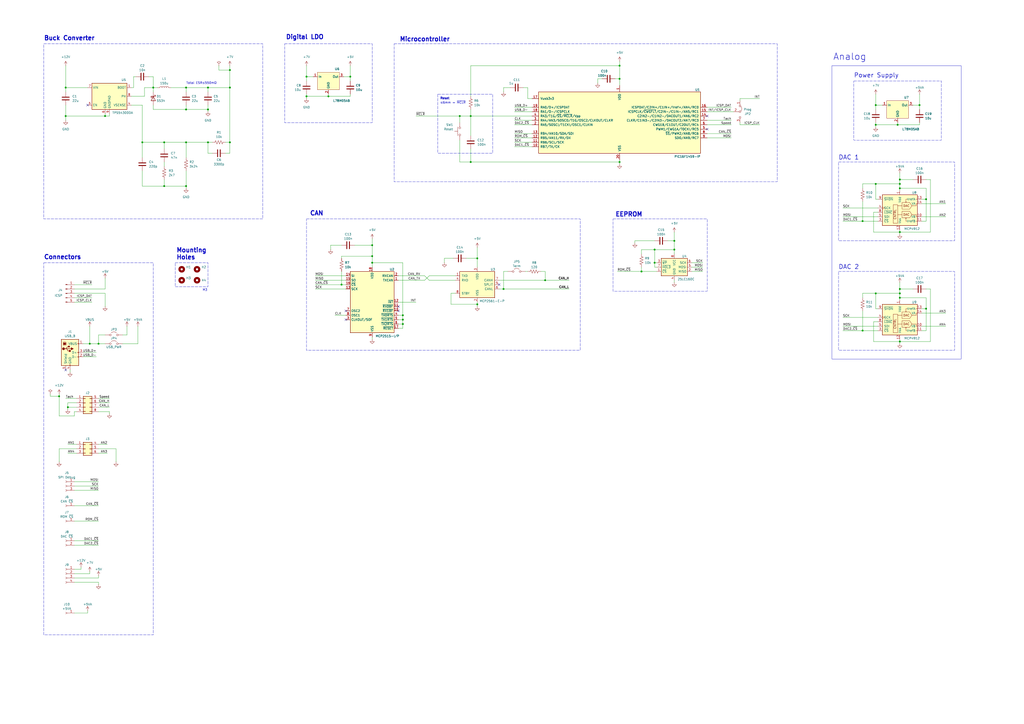
<source format=kicad_sch>
(kicad_sch (version 20250114) (generator "eeschema") (generator_version "9.0")
  (paper "A2")
  (title_block (title "CAN Gauge Interface") (date "2025-09-19") (rev "0.1") (company "Sam Anthony"))
  (rectangle (start 25.4 25.4) (end 152.4 127) (stroke (width 0) (type dash)))
  (rectangle (start 495.3 46.99) (end 546.1 81.28) (stroke (width 0) (type dash)))
  (rectangle (start 355.6 127) (end 410.21 168.91) (stroke (width 0) (type dash)))
  (rectangle (start 101.6 152.3999) (end 120.65 166.3699) (stroke (width 0) (type dash)))
  (rectangle (start 165.1 25.4) (end 215.9 71.12) (stroke (width 0) (type dash)))
  (rectangle (start 254 54.61) (end 285.75 88.9) (stroke (width 0) (type dash)))
  (rectangle (start 486.41 157.48) (end 553.72 203.2) (stroke (width 0) (type dash)))
  (rectangle (start 177.8 127) (end 336.55 203.2) (stroke (width 0) (type dash)))
  (rectangle (start 25.4 152.4) (end 88.9 368.3) (stroke (width 0) (type dash)))
  (rectangle (start 486.41 93.98) (end 553.72 139.7) (stroke (width 0) (type dash)))
  (rectangle (start 228.6 25.4) (end 450.85 105.41) (stroke (width 0) (type dash)))
  (rectangle (start 482.6 38.1) (end 557.53 208.28))
  (text "Connectors" (at 25.4 149.225 0) (effects (font (size 2.54 2.54) (thickness 0.508) (bold yes)) (justify left)))
  (text "Power Supply" (at 495.3 43.815 0) (effects (font (size 2.54 2.54) (thickness 0.254) (bold yes)) (justify left)))
  (text "Buck Converter" (at 25.4 22.225 0) (effects (font (size 2.54 2.54) (thickness 0.508) (bold yes)) (justify left)))
  (text "Total ESR≤550mΩ" (at 107.95 48.26 0) (effects (font (size 1.27 1.27)) (justify left)))
  (text "CAN" (at 179.705 123.825 0) (effects (font (size 2.54 2.54) (thickness 0.508) (bold yes)) (justify left)))
  (text "Reset" (at 255.27 57.15 0) (effects (font (size 1.27 1.27) (thickness 0.254) (bold yes)) (justify left)))
  (text "Mounting\nHoles" (at 102.235 147.3199 0) (effects (font (size 2.54 2.54) (thickness 0.508) (bold yes)) (justify left)))
  (text "M3\n" (at 117.475 168.2749 0) (effects (font (size 1.27 1.27)) (justify left)))
  (text "EEPROM" (at 356.87 124.46 0) (effects (font (size 2.54 2.54) (thickness 0.508) (bold yes)) (justify left)))
  (text "Digital LDO" (at 165.735 21.59 0) (effects (font (size 2.54 2.54) (thickness 0.508) (bold yes)) (justify left)))
  (text "≤6mm ↔ ~{MCLR}" (at 255.27 59.69 0) (effects (font (size 1.27 1.27)) (justify left)))
  (text "DAC 1" (at 486.41 91.44 0) (effects (font (size 2.54 2.54) (thickness 0.254) (bold yes)) (justify left)))
  (text "Microcontroller" (at 231.775 22.86 0) (effects (font (size 2.54 2.54) (thickness 0.508) (bold yes)) (justify left)))
  (text "Analog" (at 483.235 33.02 0) (effects (font (size 3.81 3.81) (thickness 0.254) (bold yes)) (justify left)))
  (text "DAC 2" (at 486.41 154.94 0) (effects (font (size 2.54 2.54) (thickness 0.254) (bold yes)) (justify left)))
  (junction (at 38.1 50.8))
  (junction (at 120.65 50.8))
  (junction (at 39.37 236.22))
  (junction (at 521.97 170.18))
  (junction (at 120.65 63.5))
  (junction (at 521.97 172.72))
  (junction (at 391.16 144.78))
  (junction (at 521.97 104.14))
  (junction (at 233.68 185.42))
  (junction (at 533.4 60.96))
  (junction (at 508 170.18))
  (junction (at 391.16 139.7))
  (junction (at 537.21 115.57))
  (junction (at 60.96 67.31))
  (junction (at 500.38 191.77))
  (junction (at 107.95 82.55))
  (junction (at 34.29 229.87))
  (junction (at 359.41 38.1))
  (junction (at 203.2 44.45))
  (junction (at 107.95 63.5))
  (junction (at 273.05 93.98))
  (junction (at 177.8 55.88))
  (junction (at 233.68 182.88))
  (junction (at 359.41 45.72))
  (junction (at 120.65 82.55))
  (junction (at 266.7 67.31))
  (junction (at 500.38 128.27))
  (junction (at 88.9 50.8))
  (junction (at 521.97 134.62))
  (junction (at 95.25 107.95))
  (junction (at 82.55 82.55))
  (junction (at 38.1 67.31))
  (junction (at 359.41 93.98))
  (junction (at 107.95 107.95))
  (junction (at 215.9 142.24))
  (junction (at 521.97 106.68))
  (junction (at 521.97 198.12))
  (junction (at 537.21 179.07))
  (junction (at 95.25 82.55))
  (junction (at 276.86 176.53))
  (junction (at 133.35 40.64))
  (junction (at 508 60.96))
  (junction (at 215.9 152.4))
  (junction (at 57.15 199.39))
  (junction (at 276.86 149.86))
  (junction (at 52.07 199.39))
  (junction (at 316.23 162.56))
  (junction (at 379.73 152.4))
  (junction (at 133.35 50.8))
  (junction (at 521.97 167.64))
  (junction (at 372.11 157.48))
  (junction (at 215.9 148.59))
  (junction (at 508 106.68))
  (junction (at 190.5 55.88))
  (junction (at 198.12 165.1))
  (junction (at 508 72.39))
  (junction (at 379.73 144.78))
  (junction (at 133.35 82.55))
  (junction (at 520.7 72.39))
  (junction (at 521.97 109.22))
  (junction (at 177.8 44.45))
  (junction (at 107.95 50.8))
  (junction (at 273.05 67.31))
  (junction (at 233.68 187.96))
  (junction (at 292.1 167.64))
  (no_connect (at 231.14 177.8))
  (no_connect (at 410.21 67.31))
  (no_connect (at 38.1 214.63))
  (no_connect (at 200.66 185.42))
  (no_connect (at 50.8 60.96))
  (no_connect (at 289.56 165.1))
  (no_connect (at 200.66 180.34))
  (no_connect (at 410.21 74.93))
  (no_connect (at 231.14 180.34))
  (wire (pts (xy 231.14 162.56) (xy 246.38 162.56)))
  (wire (pts (xy 410.21 69.85) (xy 424.18 69.85)))
  (wire (pts (xy 203.2 55.88) (xy 203.2 54.61)))
  (wire (pts (xy 215.9 142.24) (xy 215.9 148.59)))
  (wire (pts (xy 57.15 199.39) (xy 60.96 199.39)))
  (wire (pts (xy 506.73 186.69) (xy 509.27 186.69)))
  (wire (pts (xy 292.1 157.48) (xy 294.64 157.48)))
  (wire (pts (xy 44.45 260.35) (xy 34.29 260.35)))
  (wire (pts (xy 48.26 204.47) (xy 55.88 204.47)))
  (wire (pts (xy 233.68 187.96) (xy 233.68 185.42)))
  (wire (pts (xy 506.73 123.19) (xy 509.27 123.19)))
  (wire (pts (xy 231.14 187.96) (xy 233.68 187.96)))
  (wire (pts (xy 57.15 194.31) (xy 57.15 199.39)))
  (wire (pts (xy 289.56 167.64) (xy 292.1 167.64)))
  (wire (pts (xy 273.05 55.88) (xy 273.05 38.1)))
  (wire (pts (xy 266.7 67.31) (xy 266.7 71.12)))
  (wire (pts (xy 521.97 172.72) (xy 521.97 173.99)))
  (wire (pts (xy 215.9 195.58) (xy 215.9 196.85)))
  (wire (pts (xy 60.96 167.64) (xy 60.96 161.29)))
  (wire (pts (xy 266.7 67.31) (xy 273.05 67.31)))
  (wire (pts (xy 381 152.4) (xy 379.73 152.4)))
  (wire (pts (xy 508 71.12) (xy 508 72.39)))
  (wire (pts (xy 38.1 38.1) (xy 38.1 50.8)))
  (wire (pts (xy 262.89 149.86) (xy 257.81 149.86)))
  (wire (pts (xy 508 179.07) (xy 508 170.18)))
  (wire (pts (xy 177.8 55.88) (xy 190.5 55.88)))
  (wire (pts (xy 500.38 191.77) (xy 509.27 191.77)))
  (wire (pts (xy 372.11 144.78) (xy 379.73 144.78)))
  (wire (pts (xy 534.67 128.27) (xy 537.21 128.27)))
  (wire (pts (xy 488.95 184.15) (xy 509.27 184.15)))
  (wire (pts (xy 120.65 50.8) (xy 133.35 50.8)))
  (wire (pts (xy 521.97 196.85) (xy 521.97 198.12)))
  (wire (pts (xy 82.55 91.44) (xy 82.55 82.55)))
  (wire (pts (xy 233.68 185.42) (xy 233.68 182.88)))
  (wire (pts (xy 123.19 82.55) (xy 120.65 82.55)))
  (wire (pts (xy 521.97 198.12) (xy 521.97 199.39)))
  (wire (pts (xy 537.21 172.72) (xy 521.97 172.72)))
  (wire (pts (xy 410.21 64.77) (xy 425.45 64.77)))
  (wire (pts (xy 34.29 241.3) (xy 34.29 229.87)))
  (wire (pts (xy 198.12 165.1) (xy 198.12 157.48)))
  (wire (pts (xy 57.15 260.35) (xy 67.31 260.35)))
  (wire (pts (xy 52.07 332.74) (xy 52.07 331.47)))
  (wire (pts (xy 203.2 46.99) (xy 203.2 44.45)))
  (wire (pts (xy 39.37 236.22) (xy 39.37 237.49)))
  (wire (pts (xy 38.1 50.8) (xy 38.1 53.34)))
  (wire (pts (xy 43.18 293.37) (xy 57.15 293.37)))
  (wire (pts (xy 57.15 233.68) (xy 63.5 233.68)))
  (wire (pts (xy 298.45 82.55) (xy 308.61 82.55)))
  (wire (pts (xy 506.73 134.62) (xy 521.97 134.62)))
  (wire (pts (xy 82.55 60.96) (xy 82.55 82.55)))
  (wire (pts (xy 534.67 181.61) (xy 548.64 181.61)))
  (wire (pts (xy 203.2 44.45) (xy 199.39 44.45)))
  (wire (pts (xy 539.75 134.62) (xy 521.97 134.62)))
  (wire (pts (xy 182.88 165.1) (xy 198.12 165.1)))
  (wire (pts (xy 511.81 60.96) (xy 508 60.96)))
  (wire (pts (xy 43.18 302.26) (xy 57.15 302.26)))
  (wire (pts (xy 429.26 71.12) (xy 429.26 72.39)))
  (wire (pts (xy 95.25 93.98) (xy 95.25 96.52)))
  (wire (pts (xy 509.27 115.57) (xy 508 115.57)))
  (wire (pts (xy 508 72.39) (xy 520.7 72.39)))
  (wire (pts (xy 534.67 118.11) (xy 548.64 118.11)))
  (wire (pts (xy 88.9 63.5) (xy 107.95 63.5)))
  (wire (pts (xy 298.45 69.85) (xy 308.61 69.85)))
  (wire (pts (xy 182.88 160.02) (xy 200.66 160.02)))
  (wire (pts (xy 537.21 109.22) (xy 537.21 115.57)))
  (wire (pts (xy 410.21 62.23) (xy 424.18 62.23)))
  (wire (pts (xy 508 106.68) (xy 521.97 106.68)))
  (wire (pts (xy 508 115.57) (xy 508 106.68)))
  (wire (pts (xy 537.21 172.72) (xy 537.21 179.07)))
  (wire (pts (xy 194.31 182.88) (xy 200.66 182.88)))
  (wire (pts (xy 46.99 330.2) (xy 46.99 328.93)))
  (wire (pts (xy 488.95 189.23) (xy 509.27 189.23)))
  (wire (pts (xy 203.2 38.1) (xy 203.2 44.45)))
  (wire (pts (xy 520.7 72.39) (xy 520.7 71.12)))
  (wire (pts (xy 372.11 147.32) (xy 372.11 144.78)))
  (wire (pts (xy 177.8 54.61) (xy 177.8 55.88)))
  (wire (pts (xy 359.41 45.72) (xy 356.87 45.72)))
  (wire (pts (xy 57.15 236.22) (xy 63.5 236.22)))
  (wire (pts (xy 359.41 49.53) (xy 359.41 45.72)))
  (wire (pts (xy 215.9 148.59) (xy 215.9 152.4)))
  (wire (pts (xy 82.55 107.95) (xy 95.25 107.95)))
  (wire (pts (xy 107.95 82.55) (xy 95.25 82.55)))
  (wire (pts (xy 241.3 67.31) (xy 266.7 67.31)))
  (wire (pts (xy 429.26 58.42) (xy 429.26 57.15)))
  (wire (pts (xy 521.97 167.64) (xy 521.97 170.18)))
  (wire (pts (xy 71.12 199.39) (xy 80.01 199.39)))
  (wire (pts (xy 506.73 134.62) (xy 506.73 123.19)))
  (wire (pts (xy 107.95 82.55) (xy 107.95 91.44)))
  (wire (pts (xy 534.67 189.23) (xy 548.64 189.23)))
  (wire (pts (xy 50.8 355.6) (xy 50.8 354.33)))
  (wire (pts (xy 43.18 165.1) (xy 53.34 165.1)))
  (wire (pts (xy 191.77 142.24) (xy 191.77 144.78)))
  (wire (pts (xy 120.65 82.55) (xy 107.95 82.55)))
  (wire (pts (xy 57.15 238.76) (xy 63.5 238.76)))
  (wire (pts (xy 39.37 236.22) (xy 44.45 236.22)))
  (wire (pts (xy 521.97 163.83) (xy 521.97 167.64)))
  (wire (pts (xy 539.75 167.64) (xy 539.75 198.12)))
  (wire (pts (xy 133.35 50.8) (xy 133.35 82.55)))
  (wire (pts (xy 60.96 170.18) (xy 60.96 177.8)))
  (wire (pts (xy 308.61 57.15) (xy 306.07 57.15)))
  (wire (pts (xy 539.75 104.14) (xy 539.75 134.62)))
  (wire (pts (xy 379.73 154.94) (xy 379.73 152.4)))
  (wire (pts (xy 537.21 109.22) (xy 521.97 109.22)))
  (wire (pts (xy 44.45 233.68) (xy 39.37 233.68)))
  (wire (pts (xy 57.15 337.82) (xy 57.15 339.09)))
  (wire (pts (xy 379.73 144.78) (xy 391.16 144.78)))
  (wire (pts (xy 177.8 55.88) (xy 177.8 57.15)))
  (wire (pts (xy 372.11 157.48) (xy 372.11 154.94)))
  (wire (pts (xy 67.31 260.35) (xy 67.31 267.97)))
  (wire (pts (xy 38.1 67.31) (xy 38.1 69.85)))
  (wire (pts (xy 391.16 139.7) (xy 391.16 144.78)))
  (wire (pts (xy 401.32 157.48) (xy 407.67 157.48)))
  (wire (pts (xy 306.07 50.8) (xy 303.53 50.8)))
  (wire (pts (xy 533.4 54.61) (xy 533.4 60.96)))
  (wire (pts (xy 107.95 50.8) (xy 120.65 50.8)))
  (wire (pts (xy 88.9 44.45) (xy 88.9 50.8)))
  (wire (pts (xy 270.51 149.86) (xy 276.86 149.86)))
  (wire (pts (xy 76.2 60.96) (xy 82.55 60.96)))
  (wire (pts (xy 88.9 60.96) (xy 88.9 63.5)))
  (wire (pts (xy 410.21 80.01) (xy 424.18 80.01)))
  (wire (pts (xy 198.12 149.86) (xy 198.12 148.59)))
  (wire (pts (xy 306.07 57.15) (xy 306.07 50.8)))
  (wire (pts (xy 107.95 63.5) (xy 120.65 63.5)))
  (wire (pts (xy 429.26 57.15) (xy 440.69 57.15)))
  (wire (pts (xy 190.5 55.88) (xy 190.5 54.61)))
  (wire (pts (xy 292.1 50.8) (xy 292.1 53.34)))
  (wire (pts (xy 57.15 262.89) (xy 62.23 262.89)))
  (wire (pts (xy 500.38 106.68) (xy 508 106.68)))
  (wire (pts (xy 99.06 50.8) (xy 107.95 50.8)))
  (wire (pts (xy 44.45 238.76) (xy 43.18 238.76)))
  (wire (pts (xy 107.95 60.96) (xy 107.95 63.5)))
  (wire (pts (xy 88.9 53.34) (xy 88.9 50.8)))
  (wire (pts (xy 257.81 149.86) (xy 257.81 152.4)))
  (wire (pts (xy 316.23 157.48) (xy 316.23 162.56)))
  (wire (pts (xy 39.37 257.81) (xy 44.45 257.81)))
  (wire (pts (xy 120.65 82.55) (xy 120.65 88.9)))
  (wire (pts (xy 43.18 335.28) (xy 57.15 335.28)))
  (wire (pts (xy 107.95 107.95) (xy 107.95 109.22)))
  (wire (pts (xy 410.21 72.39) (xy 424.18 72.39)))
  (wire (pts (xy 63.5 238.76) (xy 63.5 240.03)))
  (wire (pts (xy 133.35 82.55) (xy 133.35 88.9)))
  (wire (pts (xy 233.68 152.4) (xy 233.68 182.88)))
  (wire (pts (xy 95.25 107.95) (xy 107.95 107.95)))
  (wire (pts (xy 43.18 316.23) (xy 57.15 316.23)))
  (wire (pts (xy 127 40.64) (xy 133.35 40.64)))
  (wire (pts (xy 233.68 152.4) (xy 215.9 152.4)))
  (wire (pts (xy 120.65 50.8) (xy 120.65 53.34)))
  (wire (pts (xy 521.97 109.22) (xy 521.97 110.49)))
  (wire (pts (xy 298.45 77.47) (xy 308.61 77.47)))
  (wire (pts (xy 200.66 165.1) (xy 198.12 165.1)))
  (wire (pts (xy 298.45 85.09) (xy 308.61 85.09)))
  (wire (pts (xy 316.23 162.56) (xy 330.2 162.56)))
  (wire (pts (xy 539.75 198.12) (xy 521.97 198.12)))
  (wire (pts (xy 198.12 148.59) (xy 215.9 148.59)))
  (wire (pts (xy 29.21 228.6) (xy 29.21 229.87)))
  (wire (pts (xy 120.65 63.5) (xy 120.65 60.96)))
  (wire (pts (xy 107.95 107.95) (xy 107.95 99.06)))
  (wire (pts (xy 177.8 38.1) (xy 177.8 44.45)))
  (wire (pts (xy 60.96 194.31) (xy 57.15 194.31)))
  (wire (pts (xy 537.21 179.07) (xy 537.21 191.77)))
  (wire (pts (xy 521.97 100.33) (xy 521.97 104.14)))
  (wire (pts (xy 231.14 190.5) (xy 233.68 190.5)))
  (wire (pts (xy 29.21 229.87) (xy 34.29 229.87)))
  (wire (pts (xy 304.8 157.48) (xy 306.07 157.48)))
  (wire (pts (xy 358.14 157.48) (xy 372.11 157.48)))
  (wire (pts (xy 107.95 50.8) (xy 107.95 53.34)))
  (wire (pts (xy 506.73 198.12) (xy 521.97 198.12)))
  (wire (pts (xy 295.91 50.8) (xy 292.1 50.8)))
  (wire (pts (xy 521.97 104.14) (xy 529.59 104.14)))
  (wire (pts (xy 43.18 284.48) (xy 57.15 284.48)))
  (wire (pts (xy 43.18 281.94) (xy 57.15 281.94)))
  (wire (pts (xy 521.97 170.18) (xy 521.97 172.72)))
  (wire (pts (xy 500.38 172.72) (xy 500.38 170.18)))
  (wire (pts (xy 43.18 238.76) (xy 43.18 241.3)))
  (wire (pts (xy 57.15 231.14) (xy 63.5 231.14)))
  (wire (pts (xy 60.96 67.31) (xy 60.96 66.04)))
  (wire (pts (xy 43.18 241.3) (xy 34.29 241.3)))
  (wire (pts (xy 133.35 40.64) (xy 133.35 50.8)))
  (wire (pts (xy 82.55 82.55) (xy 95.25 82.55)))
  (wire (pts (xy 534.67 179.07) (xy 537.21 179.07)))
  (wire (pts (xy 48.26 199.39) (xy 52.07 199.39)))
  (wire (pts (xy 500.38 170.18) (xy 508 170.18)))
  (wire (pts (xy 298.45 64.77) (xy 308.61 64.77)))
  (wire (pts (xy 500.38 128.27) (xy 509.27 128.27)))
  (wire (pts (xy 359.41 38.1) (xy 359.41 45.72)))
  (wire (pts (xy 401.32 154.94) (xy 407.67 154.94)))
  (wire (pts (xy 120.65 63.5) (xy 120.65 64.77)))
  (wire (pts (xy 521.97 106.68) (xy 521.97 109.22)))
  (wire (pts (xy 57.15 257.81) (xy 62.23 257.81)))
  (wire (pts (xy 410.21 77.47) (xy 424.18 77.47)))
  (wire (pts (xy 359.41 93.98) (xy 359.41 95.25)))
  (wire (pts (xy 273.05 93.98) (xy 273.05 86.36)))
  (wire (pts (xy 76.2 50.8) (xy 77.47 50.8)))
  (wire (pts (xy 508 170.18) (xy 521.97 170.18)))
  (wire (pts (xy 276.86 176.53) (xy 276.86 177.8)))
  (wire (pts (xy 248.92 160.02) (xy 246.38 162.56)))
  (wire (pts (xy 273.05 93.98) (xy 266.7 93.98)))
  (wire (pts (xy 73.66 194.31) (xy 73.66 189.23)))
  (wire (pts (xy 38.1 60.96) (xy 38.1 67.31)))
  (wire (pts (xy 43.18 332.74) (xy 52.07 332.74)))
  (wire (pts (xy 57.15 335.28) (xy 57.15 334.01)))
  (wire (pts (xy 39.37 233.68) (xy 39.37 236.22)))
  (wire (pts (xy 500.38 116.84) (xy 500.38 128.27)))
  (wire (pts (xy 346.71 45.72) (xy 349.25 45.72)))
  (wire (pts (xy 391.16 162.56) (xy 391.16 163.83)))
  (wire (pts (xy 34.29 260.35) (xy 34.29 267.97)))
  (wire (pts (xy 38.1 231.14) (xy 44.45 231.14)))
  (wire (pts (xy 231.14 182.88) (xy 233.68 182.88)))
  (wire (pts (xy 130.81 82.55) (xy 133.35 82.55)))
  (wire (pts (xy 391.16 144.78) (xy 391.16 147.32)))
  (wire (pts (xy 379.73 144.78) (xy 379.73 152.4)))
  (wire (pts (xy 266.7 93.98) (xy 266.7 81.28)))
  (wire (pts (xy 88.9 50.8) (xy 91.44 50.8)))
  (wire (pts (xy 521.97 134.62) (xy 521.97 135.89)))
  (wire (pts (xy 43.18 337.82) (xy 57.15 337.82)))
  (wire (pts (xy 508 60.96) (xy 508 63.5)))
  (wire (pts (xy 313.69 157.48) (xy 316.23 157.48)))
  (wire (pts (xy 488.95 191.77) (xy 500.38 191.77)))
  (wire (pts (xy 276.86 175.26) (xy 276.86 176.53)))
  (wire (pts (xy 43.18 313.69) (xy 57.15 313.69)))
  (wire (pts (xy 63.5 66.04) (xy 63.5 67.31)))
  (wire (pts (xy 508 72.39) (xy 508 73.66)))
  (wire (pts (xy 506.73 198.12) (xy 506.73 186.69)))
  (wire (pts (xy 429.26 72.39) (xy 440.69 72.39)))
  (wire (pts (xy 292.1 167.64) (xy 292.1 157.48)))
  (wire (pts (xy 508 54.61) (xy 508 60.96)))
  (wire (pts (xy 182.88 167.64) (xy 200.66 167.64)))
  (wire (pts (xy 43.18 355.6) (xy 50.8 355.6)))
  (wire (pts (xy 133.35 88.9) (xy 130.81 88.9)))
  (wire (pts (xy 52.07 199.39) (xy 57.15 199.39)))
  (wire (pts (xy 387.35 139.7) (xy 391.16 139.7)))
  (wire (pts (xy 391.16 134.62) (xy 391.16 139.7)))
  (wire (pts (xy 537.21 104.14) (xy 539.75 104.14)))
  (wire (pts (xy 273.05 67.31) (xy 308.61 67.31)))
  (wire (pts (xy 198.12 142.24) (xy 191.77 142.24)))
  (wire (pts (xy 261.62 170.18) (xy 264.16 170.18)))
  (wire (pts (xy 215.9 138.43) (xy 215.9 142.24)))
  (wire (pts (xy 273.05 38.1) (xy 359.41 38.1)))
  (wire (pts (xy 521.97 104.14) (xy 521.97 106.68)))
  (wire (pts (xy 43.18 167.64) (xy 60.96 167.64)))
  (wire (pts (xy 534.67 115.57) (xy 537.21 115.57)))
  (wire (pts (xy 289.56 162.56) (xy 316.23 162.56)))
  (wire (pts (xy 359.41 92.71) (xy 359.41 93.98)))
  (wire (pts (xy 95.25 104.14) (xy 95.25 107.95)))
  (wire (pts (xy 77.47 44.45) (xy 78.74 44.45)))
  (wire (pts (xy 77.47 50.8) (xy 77.47 44.45)))
  (wire (pts (xy 133.35 38.1) (xy 133.35 40.64)))
  (wire (pts (xy 83.82 50.8) (xy 88.9 50.8)))
  (wire (pts (xy 533.4 72.39) (xy 533.4 71.12)))
  (wire (pts (xy 76.2 55.88) (xy 83.82 55.88)))
  (wire (pts (xy 82.55 99.06) (xy 82.55 107.95)))
  (wire (pts (xy 43.18 170.18) (xy 60.96 170.18)))
  (wire (pts (xy 52.07 189.23) (xy 52.07 199.39)))
  (wire (pts (xy 177.8 44.45) (xy 177.8 46.99)))
  (wire (pts (xy 120.65 88.9) (xy 123.19 88.9)))
  (wire (pts (xy 215.9 152.4) (xy 215.9 154.94)))
  (wire (pts (xy 401.32 152.4) (xy 407.67 152.4)))
  (wire (pts (xy 190.5 55.88) (xy 203.2 55.88)))
  (wire (pts (xy 48.26 207.01) (xy 55.88 207.01)))
  (wire (pts (xy 261.62 176.53) (xy 261.62 170.18)))
  (wire (pts (xy 34.29 229.87) (xy 34.29 228.6)))
  (wire (pts (xy 63.5 67.31) (xy 60.96 67.31)))
  (wire (pts (xy 43.18 175.26) (xy 53.34 175.26)))
  (wire (pts (xy 181.61 44.45) (xy 177.8 44.45)))
  (wire (pts (xy 381 154.94) (xy 379.73 154.94)))
  (wire (pts (xy 534.67 125.73) (xy 548.64 125.73)))
  (wire (pts (xy 205.74 142.24) (xy 215.9 142.24)))
  (wire (pts (xy 231.14 160.02) (xy 246.38 160.02)))
  (wire (pts (xy 500.38 109.22) (xy 500.38 106.68)))
  (wire (pts (xy 80.01 199.39) (xy 80.01 189.23)))
  (wire (pts (xy 500.38 180.34) (xy 500.38 191.77)))
  (wire (pts (xy 276.86 176.53) (xy 261.62 176.53)))
  (wire (pts (xy 40.64 214.63) (xy 40.64 215.9)))
  (wire (pts (xy 346.71 48.26) (xy 346.71 45.72)))
  (wire (pts (xy 534.67 191.77) (xy 537.21 191.77)))
  (wire (pts (xy 43.18 279.4) (xy 57.15 279.4)))
  (wire (pts (xy 488.95 128.27) (xy 500.38 128.27)))
  (wire (pts (xy 368.3 139.7) (xy 368.3 140.97)))
  (wire (pts (xy 60.96 67.31) (xy 38.1 67.31)))
  (wire (pts (xy 368.3 139.7) (xy 379.73 139.7)))
  (wire (pts (xy 38.1 50.8) (xy 50.8 50.8)))
  (wire (pts (xy 509.27 179.07) (xy 508 179.07)))
  (wire (pts (xy 298.45 80.01) (xy 308.61 80.01)))
  (wire (pts (xy 359.41 35.56) (xy 359.41 38.1)))
  (wire (pts (xy 276.86 143.51) (xy 276.86 149.86)))
  (wire (pts (xy 381 157.48) (xy 372.11 157.48)))
  (wire (pts (xy 83.82 55.88) (xy 83.82 50.8)))
  (wire (pts (xy 233.68 190.5) (xy 233.68 187.96)))
  (wire (pts (xy 537.21 167.64) (xy 539.75 167.64)))
  (wire (pts (xy 521.97 167.64) (xy 529.59 167.64)))
  (wire (pts (xy 488.95 125.73) (xy 509.27 125.73)))
  (wire (pts (xy 292.1 167.64) (xy 330.2 167.64)))
  (wire (pts (xy 231.14 175.26) (xy 241.3 175.26)))
  (wire (pts (xy 39.37 262.89) (xy 44.45 262.89)))
  (wire (pts (xy 231.14 185.42) (xy 233.68 185.42)))
  (wire (pts (xy 521.97 133.35) (xy 521.97 134.62)))
  (wire (pts (xy 298.45 62.23) (xy 308.61 62.23)))
  (wire (pts (xy 71.12 194.31) (xy 73.66 194.31)))
  (wire (pts (xy 248.92 162.56) (xy 264.16 162.56)))
  (wire (pts (xy 488.95 120.65) (xy 509.27 120.65)))
  (wire (pts (xy 182.88 162.56) (xy 200.66 162.56)))
  (wire (pts (xy 533.4 63.5) (xy 533.4 60.96)))
  (wire (pts (xy 248.92 160.02) (xy 264.16 160.02)))
  (wire (pts (xy 246.38 160.02) (xy 248.92 162.56)))
  (wire (pts (xy 43.18 330.2) (xy 46.99 330.2)))
  (wire (pts (xy 273.05 67.31) (xy 273.05 78.74)))
  (wire (pts (xy 537.21 115.57) (xy 537.21 128.27)))
  (wire (pts (xy 273.05 63.5) (xy 273.05 67.31)))
  (wire (pts (xy 43.18 172.72) (xy 53.34 172.72)))
  (wire (pts (xy 127 38.1) (xy 127 40.64)))
  (wire (pts (xy 86.36 44.45) (xy 88.9 44.45)))
  (wire (pts (xy 359.41 93.98) (xy 273.05 93.98)))
  (wire (pts (xy 520.7 72.39) (xy 533.4 72.39)))
  (wire (pts (xy 276.86 149.86) (xy 276.86 154.94)))
  (wire (pts (xy 95.25 82.55) (xy 95.25 86.36)))
  (wire (pts (xy 533.4 60.96) (xy 529.59 60.96)))
  (wire (pts (xy 298.45 72.39) (xy 308.61 72.39)))
  (label "DAC1_~{CS}" (at 488.95 128.27 0))
  (label "MISO" (at 57.15 284.48 180))
  (label "CAN_H" (at 330.2 162.56 180) (effects (font (thickness 0.254) (bold yes))))
  (label "SCK" (at 407.67 152.4 180) (effects (font (thickness 0.1588))))
  (label "Speed" (at 63.5 231.14 180) (effects (font (thickness 0.1588))))
  (label "CLK" (at 298.45 69.85 0))
  (label "MOSI" (at 424.18 80.01 180) (effects (font (thickness 0.1588))))
  (label "ICSP_DAT" (at 424.18 62.23 180))
  (label "CAN_L" (at 63.5 236.22 180))
  (label "ROM_~{CS}" (at 358.14 157.48 0) (effects (font (thickness 0.1588))))
  (label "MOSI" (at 182.88 160.02 0) (effects (font (thickness 0.1588))))
  (label "DAC1_~{CS}" (at 298.45 85.09 0))
  (label "AN3" (at 62.23 262.89 180) (effects (font (thickness 0.1588))))
  (label "Speed" (at 424.18 72.39 180))
  (label "AN1" (at 548.64 118.11 180))
  (label "CAN_~{CS}" (at 424.18 77.47 180))
  (label "CAN_~{CS}" (at 57.15 293.37 180))
  (label "INT" (at 440.69 57.15 180))
  (label "CLK" (at 194.31 182.88 0))
  (label "MISO" (at 407.67 157.48 180) (effects (font (thickness 0.1588))))
  (label "INT" (at 241.3 175.26 180) (effects (font (thickness 0.1588))))
  (label "MOSI" (at 407.67 154.94 180) (effects (font (thickness 0.1588))))
  (label "ICSP_CLK" (at 53.34 175.26 180))
  (label "AN2" (at 62.23 257.81 180) (effects (font (thickness 0.1588))))
  (label "SCK" (at 298.45 82.55 0) (effects (font (thickness 0.1588))))
  (label "Tach" (at 38.1 231.14 0) (effects (font (thickness 0.1588))))
  (label "CAN_~{CS}" (at 182.88 165.1 0) (effects (font (thickness 0.1588))))
  (label "ICSP_CLK" (at 440.69 72.39 180))
  (label "USB_D+" (at 298.45 62.23 0))
  (label "SCK" (at 488.95 184.15 0) (effects (font (thickness 0.1588))))
  (label "ROM_~{CS}" (at 57.15 302.26 180))
  (label "AN1" (at 39.37 257.81 0) (effects (font (thickness 0.1588))))
  (label "DAC2_~{CS}" (at 298.45 72.39 0))
  (label "USB_D-" (at 298.45 64.77 0))
  (label "INT{slash}ICSP_CLK" (at 424.18 64.77 180))
  (label "SCK" (at 57.15 281.94 180))
  (label "AN4" (at 39.37 262.89 0) (effects (font (thickness 0.1588))))
  (label "MOSI" (at 488.95 125.73 0))
  (label "AN4" (at 548.64 189.23 180))
  (label "MISO" (at 182.88 162.56 0) (effects (font (thickness 0.1588))))
  (label "DAC1_~{CS}" (at 57.15 313.69 180))
  (label "MOSI" (at 57.15 279.4 180))
  (label "AN3" (at 548.64 181.61 180))
  (label "DAC2_~{CS}" (at 57.15 316.23 180))
  (label "USB_D-" (at 55.88 207.01 180))
  (label "AN2" (at 548.64 125.73 180))
  (label "USB_D+" (at 55.88 204.47 180))
  (label "SCK" (at 182.88 167.64 0) (effects (font (thickness 0.1588))))
  (label "Tach" (at 424.18 69.85 180))
  (label "ROM_~{CS}" (at 298.45 80.01 0))
  (label "ICSP_DAT" (at 53.34 172.72 180))
  (label "CAN_RX" (at 243.84 160.02 180))
  (label "~{MCLR}" (at 53.34 165.1 180))
  (label "MISO" (at 298.45 77.47 0) (effects (font (thickness 0.1588))))
  (label "~{MCLR}" (at 241.3 67.31 0))
  (label "MOSI" (at 488.95 189.23 0))
  (label "CAN_L" (at 330.2 167.64 180) (effects (font (thickness 0.254) (bold yes))))
  (label "SCK" (at 488.95 120.65 0) (effects (font (thickness 0.1588))))
  (label "DAC2_~{CS}" (at 488.95 191.77 0))
  (label "CAN_TX" (at 243.84 162.56 180))
  (label "CAN_H" (at 63.5 233.68 180) (effects (font (thickness 0.1588))))
  (symbol (lib_id "power:GND") (at 107.95 109.22 0) (unit 1)
    (property "Reference" "#PWR012" (effects (hide yes)))
    (property "Value" "GND" (at 107.95 114.3 0))
    (property "Description" "Power symbol creates a global label with name \"GND\" , ground" (effects (hide yes)))
  )
  (symbol (lib_id "power:GND") (at 215.9 196.85 0) (unit 1)
    (property "Reference" "#PWR028" (effects (hide yes)))
    (property "Value" "GND" (effects (hide yes)))
    (property "Description" "Power symbol creates a global label with name \"GND\" , ground" (effects (hide yes)))
  )
  (symbol (lib_id "Device:C") (at 107.95 57.15 0) (unit 1)
    (property "Reference" "C3" (at 111.125 55.88 0) (effects (justify left)))
    (property "Value" "22u" (at 111.125 58.42 0) (effects (justify left)))
    (property "Footprint" "Capacitor_SMD:C_1206_3216Metric" (effects (hide yes)))
    (property "Description" "Unpolarized capacitor" (effects (hide yes)))
  )
  (symbol (lib_id "power:GND") (at 120.65 64.77 0) (unit 1)
    (property "Reference" "#PWR04" (effects (hide yes)))
    (property "Value" "GND" (at 120.65 69.85 0))
    (property "Description" "Power symbol creates a global label with name \"GND\" , ground" (effects (hide yes)))
  )
  (symbol (lib_id "Device:C") (at 95.25 90.17 0) (unit 1)
    (property "Reference" "C7" (at 99.06 88.8999 0) (effects (justify left)))
    (property "Value" "47n" (at 99.06 91.4399 0) (effects (justify left)))
    (property "Footprint" "Capacitor_SMD:C_0805_2012Metric" (effects (hide yes)))
    (property "Description" "Unpolarized capacitor" (effects (hide yes)))
  )
  (symbol (lib_id "power:GND") (at 57.15 339.09 0) (unit 1)
    (property "Reference" "#PWR039" (effects (hide yes)))
    (property "Value" "GND" (effects (hide yes)))
    (property "Description" "Power symbol creates a global label with name \"GND\" , ground" (effects (hide yes)))
  )
  (symbol (lib_id "power:+7.5V") (at 52.07 331.47 0) (unit 1)
    (property "Reference" "#PWR013" (effects (hide yes)))
    (property "Value" "+7V" (at 52.07 326.39 0))
    (property "Description" "Power symbol creates a global label with name \"+7.5V\"" (effects (hide yes)))
  )
  (symbol (lib_id "power:+12V") (at 34.29 228.6 0) (unit 1)
    (property "Reference" "#PWR029" (effects (hide yes)))
    (property "Value" "+12V" (at 34.29 223.52 0))
    (property "Description" "Power symbol creates a global label with name \"+12V\"" (effects (hide yes)))
  )
  (symbol (lib_id "power:GND") (at 508 73.66 0) (unit 1)
    (property "Reference" "#PWR046" (effects (hide yes)))
    (property "Value" "GND" (at 508 78.74 0))
    (property "Description" "Power symbol creates a global label with name \"GND\" , ground" (effects (hide yes)))
  )
  (symbol (lib_id "power:GND") (at 63.5 240.03 0) (unit 1)
    (property "Reference" "#PWR033" (effects (hide yes)))
    (property "Value" "GND" (effects (hide yes)))
    (property "Description" "Power symbol creates a global label with name \"GND\" , ground" (effects (hide yes)))
  )
  (symbol (lib_id "power:+5V") (at 203.2 38.1 0) (unit 1)
    (property "Reference" "#PWR044" (effects (hide yes)))
    (property "Value" "+5V" (at 203.2 33.02 0))
    (property "Description" "Power symbol creates a global label with name \"+5V\"" (effects (hide yes)))
  )
  (symbol (lib_id "Device:C") (at 383.54 139.7 90) (unit 1)
    (property "Reference" "C15" (at 383.54 133.35 90))
    (property "Value" "100n" (at 383.54 135.89 90))
    (property "Footprint" "Capacitor_SMD:C_0805_2012Metric" (effects (hide yes)))
    (property "Description" "Unpolarized capacitor" (effects (hide yes)))
  )
  (symbol (lib_id "power:+7.5V") (at 177.8 38.1 0) (unit 1)
    (property "Reference" "#PWR043" (effects (hide yes)))
    (property "Value" "+7V" (at 177.8 33.02 0))
    (property "Description" "Power symbol creates a global label with name \"+7.5V\"" (effects (hide yes)))
  )
  (symbol (lib_id "Device:C") (at 266.7 149.86 90) (unit 1)
    (property "Reference" "C14" (at 266.7 143.51 90))
    (property "Value" "100n" (at 266.7 146.05 90))
    (property "Footprint" "Capacitor_SMD:C_0805_2012Metric" (effects (hide yes)))
    (property "Description" "Unpolarized capacitor" (effects (hide yes)))
  )
  (symbol (lib_id "Device:C") (at 38.1 57.15 0) (unit 1)
    (property "Reference" "C1" (at 41.91 55.8799 0) (effects (justify left)))
    (property "Value" "22u" (at 41.91 58.4199 0) (effects (justify left)))
    (property "Footprint" "Capacitor_SMD:C_1206_3216Metric" (effects (hide yes)))
    (property "Description" "Unpolarized capacitor" (effects (hide yes)))
  )
  (symbol (lib_id "Regulator_Switching:TPS5430DDA") (at 63.5 55.88 0) (unit 1)
    (property "Reference" "U5" (at 71.755 46.355 0))
    (property "Value" "TPS5430DDA" (at 71.12 65.405 0))
    (property "Footprint" "Package_SO:TI_SO-PowerPAD-8_ThermalVias" (effects (hide yes)))
    (property "Datasheet" "http://www.ti.com/lit/ds/symlink/tps5430.pdf" (effects (hide yes)))
    (property "Description" "3A, Step Down Swift Converter, Adjustable Output Voltage, 5.5-36V Input Voltage, PowerSO-8" (effects (hide yes)))
  )
  (symbol (lib_id "Memory_EEPROM:25LCxxx") (at 391.16 154.94 0) (unit 1)
    (property "Reference" "U4" (at 395.605 148.59 0) (effects (justify left)))
    (property "Value" "25LC160C" (at 393.065 161.925 0) (effects (justify left)))
    (property "Footprint" "Package_DIP:DIP-8-16_W7.62mm" (effects (hide yes)))
    (property "Datasheet" "http://ww1.microchip.com/downloads/en/DeviceDoc/21832H.pdf" (effects (hide yes)))
    (property "Description" "SPI Serial EEPROM, DIP-8/SOIC-8/TSSOP-8" (effects (hide yes)))
  )
  (symbol (lib_id "Jumper:Jumper_3_Bridged12") (at 429.26 64.77 270) (unit 1) (in_bom no)
    (property "Reference" "JP2" (at 433.705 66.04 90))
    (property "Value" "Prog" (at 433.705 63.5 90))
    (property "Footprint" "Connector_PinSocket_2.54mm:PinSocket_1x03_P2.54mm_Vertical" (effects (hide yes)))
    (property "Description" "Jumper, 3-pole, pins 1+2 closed/bridged" (effects (hide yes)))
  )
  (symbol (lib_id "power:GND") (at 521.97 135.89 0) (unit 1)
    (property "Reference" "#PWR017" (effects (hide yes)))
    (property "Value" "GND" (effects (hide yes)))
    (property "Description" "Power symbol creates a global label with name \"GND\" , ground" (effects (hide yes)))
  )
  (symbol (lib_id "power:GND") (at 521.97 199.39 0) (unit 1)
    (property "Reference" "#PWR019" (effects (hide yes)))
    (property "Value" "GND" (effects (hide yes)))
    (property "Description" "Power symbol creates a global label with name \"GND\" , ground" (effects (hide yes)))
  )
  (symbol (lib_id "power:GND") (at 359.41 95.25 0) (unit 1)
    (property "Reference" "#PWR01" (effects (hide yes)))
    (property "Value" "GND" (effects (hide yes)))
    (property "Description" "Power symbol creates a global label with name \"GND\" , ground" (effects (hide yes)))
  )
  (symbol (lib_id "Device:R_US") (at 198.12 153.67 0) (unit 1)
    (property "Reference" "R7" (at 200.025 152.4 0) (effects (justify left)))
    (property "Value" "10k" (at 200.025 154.94 0) (effects (justify left)))
    (property "Footprint" "Resistor_SMD:R_0805_2012Metric" (effects (hide yes)))
    (property "Description" "Resistor, US symbol" (effects (hide yes)))
  )
  (symbol (lib_id "Device:R_US") (at 372.11 151.13 0) (unit 1)
    (property "Reference" "R9" (at 374.015 149.86 0) (effects (justify left)))
    (property "Value" "10k" (at 374.015 152.4 0) (effects (justify left)))
    (property "Footprint" "Resistor_SMD:R_0805_2012Metric" (effects (hide yes)))
    (property "Description" "Resistor, US symbol" (effects (hide yes)))
  )
  (symbol (lib_id "Mechanical:MountingHole") (at 105.41 156.2099 0) (unit 1) (exclude_from_sim yes) (in_bom no)
    (property "Reference" "H1" (at 107.95 154.9398 0) (effects (justify left)))
    (property "Value" "MountingHole" (effects (hide yes)))
    (property "Footprint" "MountingHole:MountingHole_3.2mm_M3_DIN965" (effects (hide yes)))
    (property "Description" "Mounting Hole without connection" (effects (hide yes)))
  )
  (symbol (lib_id "power:GND") (at 67.31 267.97 0) (unit 1)
    (property "Reference" "#PWR035" (effects (hide yes)))
    (property "Value" "GND" (effects (hide yes)))
    (property "Description" "Power symbol creates a global label with name \"GND\" , ground" (effects (hide yes)))
  )
  (symbol (lib_id "Jumper:Jumper_2_Open") (at 66.04 194.31 0) (unit 1)
    (property "Reference" "JP3" (at 66.04 191.135 0))
    (property "Value" "USB_PWR" (effects (hide yes)))
    (property "Footprint" "Connector_PinSocket_2.54mm:PinSocket_1x02_P2.54mm_Vertical" (effects (hide yes)))
    (property "Description" "Jumper, 2-pole, open" (effects (hide yes)))
  )
  (symbol (lib_id "Jumper:Jumper_2_Open") (at 66.04 199.39 0) (unit 1)
    (property "Reference" "JP4" (at 66.04 196.215 0))
    (property "Value" "USB_PWR" (at 66.04 201.295 0))
    (property "Footprint" "Connector_PinSocket_2.54mm:PinSocket_1x02_P2.54mm_Vertical" (effects (hide yes)))
    (property "Description" "Jumper, 2-pole, open" (effects (hide yes)))
  )
  (symbol (lib_id "Device:C") (at 120.65 57.15 0) (unit 1)
    (property "Reference" "C5" (at 123.825 55.88 0) (effects (justify left)))
    (property "Value" "22u" (at 123.825 58.42 0) (effects (justify left)))
    (property "Footprint" "Capacitor_SMD:C_1206_3216Metric" (effects (hide yes)))
    (property "Description" "Unpolarized capacitor" (effects (hide yes)))
  )
  (symbol (lib_id "Device:C") (at 201.93 142.24 90) (unit 1)
    (property "Reference" "C13" (at 201.93 135.89 90))
    (property "Value" "100n" (at 201.93 138.43 90))
    (property "Footprint" "Capacitor_SMD:C_0805_2012Metric" (effects (hide yes)))
    (property "Description" "Unpolarized capacitor" (effects (hide yes)))
  )
  (symbol (lib_id "power:GND") (at 177.8 57.15 0) (unit 1)
    (property "Reference" "#PWR042" (effects (hide yes)))
    (property "Value" "GND" (at 177.8 62.23 0))
    (property "Description" "Power symbol creates a global label with name \"GND\" , ground" (effects (hide yes)))
  )
  (symbol (lib_id "Device:C") (at 82.55 95.25 0) (unit 1)
    (property "Reference" "C4" (at 86.36 93.9799 0) (effects (justify left)))
    (property "Value" "220p" (at 86.36 96.5199 0) (effects (justify left)))
    (property "Footprint" "Capacitor_SMD:C_0603_1608Metric" (effects (hide yes)))
    (property "Description" "Unpolarized capacitor" (effects (hide yes)))
  )
  (symbol (lib_id "Connector:Conn_01x04_Socket") (at 38.1 332.74 0) (mirror y) (unit 1)
    (property "Reference" "J9" (at 38.735 327.66 0))
    (property "Value" "Conn_01x04_Socket" (effects (hide yes)))
    (property "Footprint" "Connector_PinSocket_2.54mm:PinSocket_1x04_P2.54mm_Vertical" (effects (hide yes)))
    (property "Description" "Generic connector, single row, 01x04, script generated" (effects (hide yes)))
  )
  (symbol (lib_id "Device:C") (at 508 67.31 0) (unit 1)
    (property "Reference" "C18" (at 504.825 66.04 0) (effects (justify right)))
    (property "Value" "10u" (at 504.825 68.58 0) (effects (justify right)))
    (property "Footprint" "Capacitor_SMD:C_1206_3216Metric" (effects (hide yes)))
    (property "Description" "Unpolarized capacitor" (effects (hide yes)))
  )
  (symbol (lib_id "Connector_Generic:Conn_02x04_Top_Bottom") (at 49.53 233.68 0) (unit 1)
    (property "Reference" "J2" (at 50.8 227.965 0))
    (property "Value" "Conn_02x04_Top_Bottom" (effects (hide yes)))
    (property "Footprint" "Connector_Molex:Molex_Mini-Fit_Jr_5569-08A2_2x04_P4.20mm_Horizontal" (effects (hide yes)))
    (property "Datasheet" "https://www.molex.com/en-us/products/part-detail/39300080?display=pdf" (effects (hide yes)))
    (property "Description" "Generic connector, double row, 02x04, top/bottom pin numbering scheme (row 1: 1...pins_per_row, row2: pins_per_row+1 ... num_pins), script generated (kicad-library-utils/schlib/autogen/connector/)" (effects (hide yes)))
  )
  (symbol (lib_id "power:GND") (at 38.1 69.85 0) (unit 1)
    (property "Reference" "#PWR06" (effects (hide yes)))
    (property "Value" "GND" (at 38.1 74.93 0))
    (property "Description" "Power symbol creates a global label with name \"GND\" , ground" (effects (hide yes)))
  )
  (symbol (lib_id "Device:C") (at 273.05 82.55 0) (unit 1)
    (property "Reference" "C12" (at 276.86 81.2799 0) (effects (justify left)))
    (property "Value" "100n" (at 276.86 83.8199 0) (effects (justify left)))
    (property "Footprint" "Capacitor_SMD:C_0805_2012Metric" (effects (hide yes)))
    (property "Description" "Unpolarized capacitor" (effects (hide yes)))
  )
  (symbol (lib_id "Device:R_US") (at 127 82.55 90) (unit 1)
    (property "Reference" "R1" (at 127 76.835 90))
    (property "Value" "10k" (at 127 79.375 90))
    (property "Footprint" "Resistor_SMD:R_0805_2012Metric" (effects (hide yes)))
    (property "Description" "Resistor, US symbol" (effects (hide yes)))
  )
  (symbol (lib_id "power:+5V") (at 73.66 189.23 0) (unit 1)
    (property "Reference" "#PWR032" (effects (hide yes)))
    (property "Value" "+5V" (at 73.66 185.42 0))
    (property "Description" "Power symbol creates a global label with name \"+5V\"" (effects (hide yes)))
  )
  (symbol (lib_id "Device:C") (at 533.4 167.64 90) (unit 1)
    (property "Reference" "C17" (at 533.4 161.29 90))
    (property "Value" "100n" (at 533.4 163.83 90))
    (property "Footprint" "Capacitor_SMD:C_0805_2012Metric" (effects (hide yes)))
    (property "Description" "Unpolarized capacitor" (effects (hide yes)))
  )
  (symbol (lib_id "power:+5VA") (at 533.4 54.61 0) (mirror y) (unit 1)
    (property "Reference" "#PWR022" (effects (hide yes)))
    (property "Value" "+5VA" (at 533.4 50.8 0))
    (property "Description" "Power symbol creates a global label with name \"+5VA\"" (effects (hide yes)))
  )
  (symbol (lib_id "Analog_DAC:MCP4912") (at 521.97 120.65 0) (unit 1)
    (property "Reference" "U8" (at 528.955 111.76 0) (effects (justify left)))
    (property "Value" "MCP4912" (at 524.51 132.715 0) (effects (justify left)))
    (property "Footprint" "Package_DIP:DIP-14_W7.62mm" (effects (hide yes)))
    (property "Datasheet" "http://ww1.microchip.com/downloads/en/DeviceDoc/22250A.pdf" (effects (hide yes)))
    (property "Description" "2-Channel 10-Bit D/A Converters with SPI Interface" (effects (hide yes)))
  )
  (symbol (lib_id "Device:D_Schottky") (at 88.9 57.15 270) (unit 1)
    (property "Reference" "D1" (at 90.805 55.88 90) (effects (justify left)))
    (property "Value" "SS34" (at 90.805 58.42 90) (effects (justify left)))
    (property "Footprint" "Diode_SMD:D_SMA" (effects (hide yes)))
    (property "Description" "Schottky diode" (effects (hide yes)))
  )
  (symbol (lib_id "Connector:Conn_01x01_Socket") (at 38.1 293.37 0) (mirror y) (unit 1)
    (property "Reference" "J6" (at 38.735 288.29 0))
    (property "Value" "CAN ~{CS}" (at 38.735 290.83 0))
    (property "Footprint" "Connector_PinSocket_2.54mm:PinSocket_1x01_P2.54mm_Vertical" (effects (hide yes)))
    (property "Description" "Generic connector, single row, 01x01, script generated" (effects (hide yes)))
  )
  (symbol (lib_id "Connector:USB_B") (at 40.64 204.47 0) (unit 1)
    (property "Reference" "J1" (at 40.64 192.405 0))
    (property "Value" "USB_B" (at 40.64 194.945 0))
    (property "Footprint" "Connector_USB:USB_B_Lumberg_2411_02_Horizontal" (effects (hide yes)))
    (property "Description" "USB Type B connector" (effects (hide yes)))
  )
  (symbol (lib_id "power:GND") (at 39.37 237.49 0) (unit 1)
    (property "Reference" "#PWR030" (effects (hide yes)))
    (property "Value" "GND" (effects (hide yes)))
    (property "Description" "Power symbol creates a global label with name \"GND\" , ground" (effects (hide yes)))
  )
  (symbol (lib_name "L78M05AB_1") (lib_id "symbols:L78M05AB") (at 190.5 41.91 0) (unit 1)
    (property "Reference" "U6" (at 195.58 40.005 0))
    (property "Value" "L78M05AB" (at 198.12 58.42 0))
    (property "Footprint" "Package_TO_SOT_SMD:TO-252-2" (effects (hide yes)))
    (property "Datasheet" "https://www.st.com/resource/en/datasheet/l78m05ab.pdf" (effects (hide yes)))
    (property "Description" "Precision 500 mA regulator" (effects (hide yes)))
  )
  (symbol (lib_id "Connector:Conn_01x01_Socket") (at 38.1 355.6 0) (mirror y) (unit 1)
    (property "Reference" "J10" (at 38.735 350.52 0))
    (property "Value" "+5VA" (at 38.735 353.06 0))
    (property "Footprint" "Connector_PinSocket_2.54mm:PinSocket_1x01_P2.54mm_Vertical" (effects (hide yes)))
    (property "Description" "Generic connector, single row, 01x01, script generated" (effects (hide yes)))
  )
  (symbol (lib_id "power:GND") (at 40.64 215.9 0) (unit 1)
    (property "Reference" "#PWR08" (effects (hide yes)))
    (property "Value" "GND" (effects (hide yes)))
    (property "Description" "Power symbol creates a global label with name \"GND\" , ground" (effects (hide yes)))
  )
  (symbol (lib_id "Device:C") (at 127 88.9 90) (unit 1)
    (property "Reference" "C6" (at 127 92.71 90))
    (property "Value" "3300p" (at 127 95.25 90))
    (property "Footprint" "Capacitor_SMD:C_0603_1608Metric" (effects (hide yes)))
    (property "Description" "Unpolarized capacitor" (effects (hide yes)))
  )
  (symbol (lib_id "power:PWR_FLAG") (at 127 38.1 0) (unit 1)
    (property "Reference" "#FLG02" (effects (hide yes)))
    (property "Value" "PWR_FLAG" (effects (hide yes)))
    (property "Description" "Special symbol for telling ERC where power comes from" (effects (hide yes)))
  )
  (symbol (lib_id "Connector_Generic:Conn_02x03_Top_Bottom") (at 49.53 260.35 0) (unit 1)
    (property "Reference" "J3" (at 50.8 254.635 0))
    (property "Value" "Analog" (effects (hide yes)))
    (property "Footprint" "Connector_Molex:Molex_Mini-Fit_Jr_5569-06A2_2x03_P4.20mm_Horizontal" (effects (hide yes)))
    (property "Description" "Generic connector, double row, 02x03, top/bottom pin numbering scheme (row 1: 1...pins_per_row, row2: pins_per_row+1 ... num_pins), script generated (kicad-library-utils/schlib/autogen/connector/)" (effects (hide yes)))
  )
  (symbol (lib_id "Interface_CAN_LIN:MCP2561-E-P") (at 276.86 165.1 0) (unit 1)
    (property "Reference" "U3" (at 284.48 156.21 0) (effects (justify left)))
    (property "Value" "MCP2561-E-P" (at 278.13 174.625 0) (effects (justify left)))
    (property "Footprint" "Package_DIP:DIP-8_W7.62mm" (effects (hide yes)))
    (property "Datasheet" "http://ww1.microchip.com/downloads/en/DeviceDoc/25167A.pdf" (effects (hide yes)))
    (property "Description" "High-Speed CAN Transceiver, 1Mbps, 5V supply, SPLIT pin, -40C to +125C, DIP-8" (effects (hide yes)))
  )
  (symbol (lib_id "Connector:Conn_01x03_Socket") (at 38.1 281.94 0) (mirror y) (unit 1)
    (property "Reference" "J5" (at 38.735 274.32 0))
    (property "Value" "SPI Debug" (at 38.735 276.86 0))
    (property "Footprint" "Connector_PinSocket_2.54mm:PinSocket_1x03_P2.54mm_Vertical" (effects (hide yes)))
    (property "Description" "Generic connector, single row, 01x03, script generated" (effects (hide yes)))
  )
  (symbol (lib_id "Mechanical:MountingHole") (at 114.3 162.5599 0) (unit 1) (exclude_from_sim yes) (in_bom no)
    (property "Reference" "H4" (at 116.84 162.5598 0) (effects (justify left)))
    (property "Value" "MountingHole" (effects (hide yes)))
    (property "Footprint" "MountingHole:MountingHole_3.2mm_M3_DIN965" (effects (hide yes)))
    (property "Description" "Mounting Hole without connection" (effects (hide yes)))
  )
  (symbol (lib_id "Device:C") (at 533.4 67.31 0) (unit 1)
    (property "Reference" "C19" (at 536.575 66.04 0) (effects (justify left)))
    (property "Value" "10u" (at 536.575 68.58 0) (effects (justify left)))
    (property "Footprint" "Capacitor_SMD:C_1206_3216Metric" (effects (hide yes)))
    (property "Description" "Unpolarized capacitor" (effects (hide yes)))
  )
  (symbol (lib_id "Device:R_US") (at 273.05 59.69 0) (unit 1)
    (property "Reference" "R6" (at 274.955 58.42 0) (effects (justify left)))
    (property "Value" "10k" (at 274.955 60.96 0) (effects (justify left)))
    (property "Footprint" "Resistor_SMD:R_0805_2012Metric" (effects (hide yes)))
    (property "Description" "Resistor, US symbol" (effects (hide yes)))
  )
  (symbol (lib_id "power:+5VA") (at 521.97 163.83 0) (mirror y) (unit 1)
    (property "Reference" "#PWR018" (effects (hide yes)))
    (property "Value" "+5VA" (at 521.97 160.02 0))
    (property "Description" "Power symbol creates a global label with name \"+5VA\"" (effects (hide yes)))
  )
  (symbol (lib_id "power:GND") (at 391.16 163.83 0) (unit 1)
    (property "Reference" "#PWR011" (effects (hide yes)))
    (property "Value" "GND" (effects (hide yes)))
    (property "Description" "Power symbol creates a global label with name \"GND\" , ground" (effects (hide yes)))
  )
  (symbol (lib_id "power:GND") (at 346.71 48.26 0) (unit 1)
    (property "Reference" "#PWR03" (effects (hide yes)))
    (property "Value" "GND" (effects (hide yes)))
    (property "Description" "Power symbol creates a global label with name \"GND\" , ground" (effects (hide yes)))
  )
  (symbol (lib_id "power:GND") (at 257.81 152.4 0) (unit 1)
    (property "Reference" "#PWR024" (effects (hide yes)))
    (property "Value" "GND" (effects (hide yes)))
    (property "Description" "Power symbol creates a global label with name \"GND\" , ground" (effects (hide yes)))
  )
  (symbol (lib_id "Device:C") (at 353.06 45.72 270) (unit 1)
    (property "Reference" "C10" (at 350.52 41.275 90))
    (property "Value" "100n" (at 349.25 43.815 90))
    (property "Footprint" "Capacitor_SMD:C_0805_2012Metric" (effects (hide yes)))
    (property "Description" "Unpolarized capacitor" (effects (hide yes)))
  )
  (symbol (lib_id "power:+5V") (at 391.16 134.62 0) (unit 1)
    (property "Reference" "#PWR020" (effects (hide yes)))
    (property "Value" "+5V" (at 391.16 129.54 0))
    (property "Description" "Power symbol creates a global label with name \"+5V\"" (effects (hide yes)))
  )
  (symbol (lib_id "power:+5V") (at 215.9 138.43 0) (unit 1)
    (property "Reference" "#PWR027" (effects (hide yes)))
    (property "Value" "+5V" (at 215.9 133.35 0))
    (property "Description" "Power symbol creates a global label with name \"+5V\"" (effects (hide yes)))
  )
  (symbol (lib_id "Device:R_US") (at 95.25 100.33 0) (unit 1)
    (property "Reference" "R3" (at 97.79 99.0599 0) (effects (justify left)))
    (property "Value" "2k7" (at 97.79 101.5999 0) (effects (justify left)))
    (property "Footprint" "Resistor_SMD:R_0805_2012Metric" (effects (hide yes)))
    (property "Description" "Resistor, US symbol" (effects (hide yes)))
  )
  (symbol (lib_id "Connector:Conn_01x05_Pin") (at 38.1 170.18 0) (unit 1)
    (property "Reference" "J4" (at 36.195 168.275 0) (effects (justify right)))
    (property "Value" "ICSP" (at 36.195 171.45 0) (effects (justify right)))
    (property "Footprint" "Connector_PinHeader_2.54mm:PinHeader_1x05_P2.54mm_Vertical" (effects (hide yes)))
    (property "Description" "Generic connector, single row, 01x05, script generated" (effects (hide yes)))
  )
  (symbol (lib_id "power:GND") (at 60.96 177.8 0) (unit 1)
    (property "Reference" "#PWR09" (effects (hide yes)))
    (property "Value" "GND" (effects (hide yes)))
    (property "Description" "Power symbol creates a global label with name \"GND\" , ground" (effects (hide yes)))
  )
  (symbol (lib_id "power:GND") (at 368.3 140.97 0) (unit 1)
    (property "Reference" "#PWR021" (effects (hide yes)))
    (property "Value" "GND" (effects (hide yes)))
    (property "Description" "Power symbol creates a global label with name \"GND\" , ground" (effects (hide yes)))
  )
  (symbol (lib_id "Mechanical:MountingHole") (at 114.3 156.2099 0) (unit 1) (exclude_from_sim yes) (in_bom no)
    (property "Reference" "H2" (at 116.84 154.9398 0) (effects (justify left)))
    (property "Value" "MountingHole" (effects (hide yes)))
    (property "Footprint" "MountingHole:MountingHole_3.2mm_M3_DIN965" (effects (hide yes)))
    (property "Description" "Mounting Hole without connection" (effects (hide yes)))
  )
  (symbol (lib_id "symbols:L78M05AB") (at 520.7 58.42 0) (unit 1)
    (property "Reference" "U7" (at 525.78 56.515 0))
    (property "Value" "L78M05AB" (at 528.32 74.93 0))
    (property "Footprint" "Package_TO_SOT_SMD:TO-252-2" (effects (hide yes)))
    (property "Datasheet" "https://www.st.com/resource/en/datasheet/l78m05ab.pdf" (effects (hide yes)))
    (property "Description" "Precision 500 mA regulator" (effects (hide yes)))
  )
  (symbol (lib_id "power:+5V") (at 276.86 143.51 0) (unit 1)
    (property "Reference" "#PWR025" (effects (hide yes)))
    (property "Value" "+5V" (at 276.86 138.43 0))
    (property "Description" "Power symbol creates a global label with name \"+5V\"" (effects (hide yes)))
  )
  (symbol (lib_id "Device:R_US") (at 107.95 95.25 0) (unit 1)
    (property "Reference" "R2" (at 109.855 93.98 0) (effects (justify left)))
    (property "Value" "3k24" (at 109.855 96.52 0) (effects (justify left)))
    (property "Footprint" "Resistor_SMD:R_0805_2012Metric" (effects (hide yes)))
    (property "Description" "Resistor, US symbol" (effects (hide yes)))
  )
  (symbol (lib_id "power:VBUS") (at 52.07 189.23 0) (unit 1)
    (property "Reference" "#PWR031" (effects (hide yes)))
    (property "Value" "VBUS" (at 52.07 185.42 0))
    (property "Description" "Power symbol creates a global label with name \"VBUS\"" (effects (hide yes)))
  )
  (symbol (lib_id "Device:C") (at 82.55 44.45 90) (unit 1)
    (property "Reference" "C2" (at 82.55 38.1 90))
    (property "Value" "10n" (at 82.55 40.64 90))
    (property "Footprint" "Capacitor_SMD:C_0805_2012Metric" (effects (hide yes)))
    (property "Description" "Unpolarized capacitor" (effects (hide yes)))
  )
  (symbol (lib_id "power:+5VA") (at 521.97 100.33 0) (mirror y) (unit 1)
    (property "Reference" "#PWR016" (effects (hide yes)))
    (property "Value" "+5VA" (at 521.97 96.52 0))
    (property "Description" "Power symbol creates a global label with name \"+5VA\"" (effects (hide yes)))
  )
  (symbol (lib_id "power:PWR_FLAG") (at 29.21 228.6 0) (unit 1)
    (property "Reference" "#FLG01" (effects (hide yes)))
    (property "Value" "+12V" (effects (hide yes)))
    (property "Description" "Special symbol for telling ERC where power comes from" (effects (hide yes)))
  )
  (symbol (lib_id "power:GND") (at 191.77 144.78 0) (unit 1)
    (property "Reference" "#PWR026" (effects (hide yes)))
    (property "Value" "GND" (effects (hide yes)))
    (property "Description" "Power symbol creates a global label with name \"GND\" , ground" (effects (hide yes)))
  )
  (symbol (lib_id "Device:C") (at 177.8 50.8 0) (unit 1)
    (property "Reference" "C8" (at 174.625 49.53 0) (effects (justify right)))
    (property "Value" "10u" (at 174.625 52.07 0) (effects (justify right)))
    (property "Footprint" "Capacitor_SMD:C_1206_3216Metric" (effects (hide yes)))
    (property "Description" "Unpolarized capacitor" (effects (hide yes)))
  )
  (symbol (lib_id "power:GND") (at 34.29 267.97 0) (unit 1)
    (property "Reference" "#PWR034" (effects (hide yes)))
    (property "Value" "GND" (effects (hide yes)))
    (property "Description" "Power symbol creates a global label with name \"GND\" , ground" (effects (hide yes)))
  )
  (symbol (lib_id "Jumper:Jumper_2_Open") (at 299.72 157.48 0) (unit 1)
    (property "Reference" "JP5" (at 299.72 151.765 0))
    (property "Value" "Term" (at 299.72 154.305 0))
    (property "Footprint" "Connector_PinSocket_2.54mm:PinSocket_1x02_P2.54mm_Vertical" (effects (hide yes)))
    (property "Description" "Jumper, 2-pole, open" (effects (hide yes)))
  )
  (symbol (lib_id "symbols:MCP2515-I/P") (at 215.9 175.26 0) (unit 1)
    (property "Reference" "U2" (at 226.06 156.21 0) (effects (justify left)))
    (property "Value" "MCP2515-I/P" (at 217.805 194.945 0) (effects (justify left)))
    (property "Footprint" "Package_DIP:DIP-18_W7.62mm" (effects (hide yes)))
    (property "Datasheet" "http://ww1.microchip.com/downloads/en/DeviceDoc/21801e.pdf" (effects (hide yes)))
    (property "Description" "Stand-Alone CAN Controller with SPI Interface, PDIP-18" (effects (hide yes)))
  )
  (symbol (lib_id "power:+5VA") (at 80.01 189.23 0) (mirror y) (unit 1)
    (property "Reference" "#PWR041" (effects (hide yes)))
    (property "Value" "+5VA" (at 80.01 185.42 0))
    (property "Description" "Power symbol creates a global label with name \"+5VA\"" (effects (hide yes)))
  )
  (symbol (lib_id "Mechanical:MountingHole") (at 105.41 162.5599 0) (unit 1) (exclude_from_sim yes) (in_bom no)
    (property "Reference" "H3" (at 107.95 161.2898 0) (effects (justify left)))
    (property "Value" "MountingHole" (effects (hide yes)))
    (property "Footprint" "MountingHole:MountingHole_3.2mm_M3_DIN965" (effects (hide yes)))
    (property "Description" "Mounting Hole without connection" (effects (hide yes)))
  )
  (symbol (lib_id "power:+5V") (at 60.96 161.29 0) (unit 1)
    (property "Reference" "#PWR010" (effects (hide yes)))
    (property "Value" "+5V" (at 60.96 157.48 0))
    (property "Description" "Power symbol creates a global label with name \"+5V\"" (effects (hide yes)))
  )
  (symbol (lib_id "Device:C") (at 533.4 104.14 90) (unit 1)
    (property "Reference" "C16" (at 533.4 97.79 90))
    (property "Value" "100n" (at 533.4 100.33 90))
    (property "Footprint" "Capacitor_SMD:C_0805_2012Metric" (effects (hide yes)))
    (property "Description" "Unpolarized capacitor" (effects (hide yes)))
  )
  (symbol (lib_id "power:+5VA") (at 50.8 354.33 0) (unit 1)
    (property "Reference" "#PWR038" (effects (hide yes)))
    (property "Value" "+5VA" (at 50.8 350.52 0))
    (property "Description" "Power symbol creates a global label with name \"+5VA\"" (effects (hide yes)))
  )
  (symbol (lib_id "power:+7.5V") (at 508 54.61 0) (unit 1)
    (property "Reference" "#PWR045" (effects (hide yes)))
    (property "Value" "+7V" (at 508 49.53 0))
    (property "Description" "Power symbol creates a global label with name \"+7.5V\"" (effects (hide yes)))
  )
  (symbol (lib_id "Connector:Conn_01x02_Socket") (at 38.1 313.69 0) (mirror y) (unit 1)
    (property "Reference" "J8" (at 38.735 308.61 0))
    (property "Value" "DAC ~{CS}" (at 38.735 311.15 0))
    (property "Footprint" "Connector_PinSocket_2.54mm:PinSocket_1x02_P2.54mm_Vertical" (effects (hide yes)))
    (property "Description" "Generic connector, single row, 01x02, script generated" (effects (hide yes)))
  )
  (symbol (lib_id "Device:L") (at 95.25 50.8 90) (unit 1)
    (property "Reference" "L1" (at 95.25 45.72 90))
    (property "Value" "150u" (at 95.25 48.26 90))
    (property "Footprint" "Inductor_SMD:L_12x12mm_H8mm" (effects (hide yes)))
    (property "Description" "Inductor" (effects (hide yes)))
  )
  (symbol (lib_id "power:+12V") (at 38.1 38.1 0) (unit 1)
    (property "Reference" "#PWR015" (effects (hide yes)))
    (property "Value" "+12V" (at 38.1 33.02 0))
    (property "Description" "Power symbol creates a global label with name \"+12V\"" (effects (hide yes)))
  )
  (symbol (lib_id "power:+12V") (at 46.99 328.93 0) (unit 1)
    (property "Reference" "#PWR036" (effects (hide yes)))
    (property "Value" "+12V" (at 46.99 325.12 0))
    (property "Description" "Power symbol creates a global label with name \"+12V\"" (effects (hide yes)))
  )
  (symbol (lib_id "Analog_DAC:MCP4912") (at 521.97 184.15 0) (unit 1)
    (property "Reference" "U9" (at 528.955 175.26 0) (effects (justify left)))
    (property "Value" "MCP4912" (at 524.51 196.215 0) (effects (justify left)))
    (property "Footprint" "Package_DIP:DIP-14_W7.62mm" (effects (hide yes)))
    (property "Datasheet" "http://ww1.microchip.com/downloads/en/DeviceDoc/22250A.pdf" (effects (hide yes)))
    (property "Description" "2-Channel 10-Bit D/A Converters with SPI Interface" (effects (hide yes)))
  )
  (symbol (lib_id "Device:R_US") (at 500.38 113.03 0) (unit 1)
    (property "Reference" "R10" (at 502.285 111.76 0) (effects (justify left)))
    (property "Value" "10k" (at 502.285 114.3 0) (effects (justify left)))
    (property "Footprint" "Resistor_SMD:R_0805_2012Metric" (effects (hide yes)))
    (property "Description" "Resistor, US symbol" (effects (hide yes)))
  )
  (symbol (lib_id "power:GND") (at 276.86 177.8 0) (unit 1)
    (property "Reference" "#PWR023" (effects (hide yes)))
    (property "Value" "GND" (effects (hide yes)))
    (property "Description" "Power symbol creates a global label with name \"GND\" , ground" (effects (hide yes)))
  )
  (symbol (lib_id "Device:C") (at 299.72 50.8 270) (unit 1)
    (property "Reference" "C11" (at 299.72 46.355 90))
    (property "Value" "1u" (at 296.545 48.26 90))
    (property "Footprint" "Capacitor_SMD:C_1206_3216Metric" (effects (hide yes)))
    (property "Description" "Unpolarized capacitor" (effects (hide yes)))
  )
  (symbol (lib_id "MCU_Microchip_PIC16:PIC16F1459-IP") (at 359.41 67.31 0) (unit 1)
    (property "Reference" "U1" (at 403.225 52.07 0) (effects (justify left)))
    (property "Value" "PIC16F1459-IP" (at 391.16 90.805 0) (effects (justify left)))
    (property "Footprint" "Package_DIP:DIP-20_W7.62mm" (effects (hide yes)))
    (property "Datasheet" "http://ww1.microchip.com/downloads/en/DeviceDoc/41639A.pdf" (effects (hide yes)))
    (property "Description" "PIC16F1454, 8192W FLASH, 1024B SRAM, PDIP-20" (effects (hide yes)))
  )
  (symbol (lib_id "Device:C") (at 203.2 50.8 0) (unit 1)
    (property "Reference" "C9" (at 206.375 49.53 0) (effects (justify left)))
    (property "Value" "10u" (at 206.375 52.07 0) (effects (justify left)))
    (property "Footprint" "Capacitor_SMD:C_1206_3216Metric" (effects (hide yes)))
    (property "Description" "Unpolarized capacitor" (effects (hide yes)))
  )
  (symbol (lib_id "power:+5V") (at 359.41 35.56 0) (unit 1)
    (property "Reference" "#PWR02" (effects (hide yes)))
    (property "Value" "+5V" (at 359.41 30.48 0))
    (property "Description" "Power symbol creates a global label with name \"+5V\"" (effects (hide yes)))
  )
  (symbol (lib_id "Device:R_US") (at 500.38 176.53 0) (unit 1)
    (property "Reference" "R11" (at 502.285 175.26 0) (effects (justify left)))
    (property "Value" "10k" (at 502.285 177.8 0) (effects (justify left)))
    (property "Footprint" "Resistor_SMD:R_0805_2012Metric" (effects (hide yes)))
    (property "Description" "Resistor, US symbol" (effects (hide yes)))
  )
  (symbol (lib_id "power:GND") (at 292.1 53.34 0) (unit 1)
    (property "Reference" "#PWR07" (effects (hide yes)))
    (property "Value" "GND" (effects (hide yes)))
    (property "Description" "Power symbol creates a global label with name \"GND\" , ground" (effects (hide yes)))
  )
  (symbol (lib_id "power:+5V") (at 57.15 334.01 0) (unit 1)
    (property "Reference" "#PWR037" (effects (hide yes)))
    (property "Value" "+5V" (at 57.15 330.2 0))
    (property "Description" "Power symbol creates a global label with name \"+5V\"" (effects (hide yes)))
  )
  (symbol (lib_id "Device:R_US") (at 309.88 157.48 90) (unit 1)
    (property "Reference" "R8" (at 309.88 152.4 90))
    (property "Value" "120" (at 309.88 154.94 90))
    (property "Footprint" "Resistor_SMD:R_0805_2012Metric" (effects (hide yes)))
    (property "Description" "Resistor, US symbol" (effects (hide yes)))
  )
  (symbol (lib_id "Connector:Conn_01x01_Socket") (at 38.1 302.26 0) (mirror y) (unit 1)
    (property "Reference" "J7" (at 38.735 297.18 0))
    (property "Value" "ROM ~{CS}" (at 38.735 299.72 0))
    (property "Footprint" "Connector_PinSocket_2.54mm:PinSocket_1x01_P2.54mm_Vertical" (effects (hide yes)))
    (property "Description" "Generic connector, single row, 01x01, script generated" (effects (hide yes)))
  )
  (symbol (lib_id "Switch:SW_Push") (at 266.7 76.2 90) (unit 1)
    (property "Reference" "SW1" (at 262.89 72.39 90) (effects (justify left)))
    (property "Value" "Reset" (at 262.89 74.93 90) (effects (justify left)))
    (property "Footprint" "Button_Switch_THT:SW_PUSH-12mm" (effects (hide yes)))
    (property "Description" "Push button switch, generic, two pins" (effects (hide yes)))
  )
  (symbol (lib_id "power:+7.5V") (at 133.35 38.1 0) (unit 1)
    (property "Reference" "#PWR05" (effects (hide yes)))
    (property "Value" "+7V" (at 133.35 33.02 0))
    (property "Description" "Power symbol creates a global label with name \"+7.5V\"" (effects (hide yes)))
  )
)
</source>
